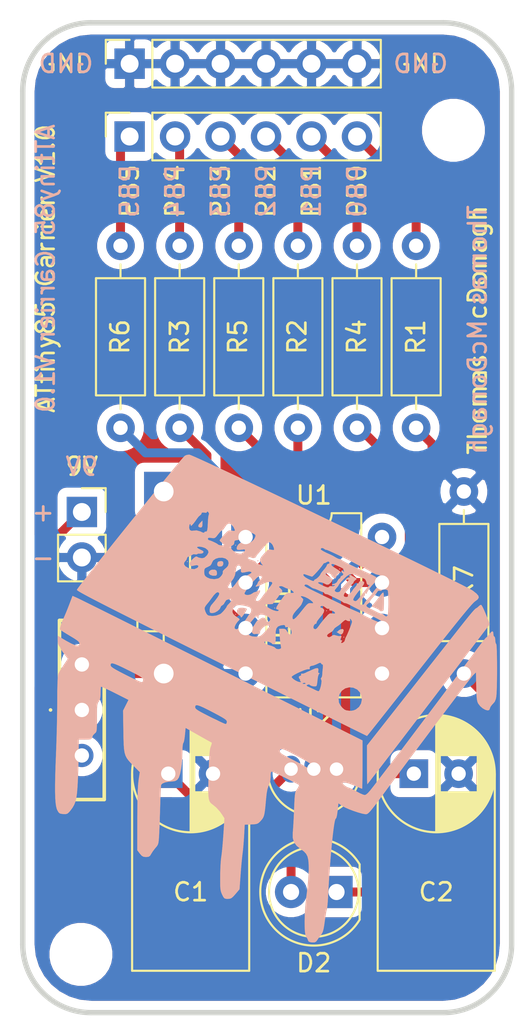
<source format=kicad_pcb>
(kicad_pcb (version 20171130) (host pcbnew "(5.1.7)-1")
  (layers (0 F.Cu signal) (31 B.Cu signal) (34 B.Paste user) (35 F.Paste user) (36 B.SilkS user) (37 F.SilkS user) (38 B.Mask user) (39 F.Mask user) (44 Edge.Cuts user))
  (net 0 "")
  (net 1 "Net-(BT1-Pad1)")
  (net 2 GND)
  (net 3 "Net-(C1-Pad1)")
  (net 4 +5V)
  (net 5 +9V)
  (net 6 "Net-(D2-Pad1)")
  (net 7 "Net-(J2-Pad1)")
  (net 8 "Net-(J2-Pad2)")
  (net 9 "Net-(J2-Pad3)")
  (net 10 "Net-(J2-Pad4)")
  (net 11 "Net-(J2-Pad5)")
  (net 12 "Net-(J2-Pad6)")
  (net 13 "Net-(R1-Pad2)")
  (net 14 "Net-(R2-Pad2)")
  (net 15 "Net-(R3-Pad2)")
  (net 16 "Net-(R4-Pad2)")
  (net 17 "Net-(R5-Pad2)")
  (net 18 "Net-(R6-Pad2)")
  (module MountingHole:MountingHole_2.5mm (layer F.Cu) (at 137.085 106.33)
    (fp_text reference H2 hide)
    (fp_text value MountingHole)
    (pad 1 np_thru_hole circle (at 0 0) (size 2.5 2.5) (drill 2.5) (layers *.Cu *.Mask))
  )
  (module libraries:attiny85Image (layer B.Cu) (at 127.127 138.049 180)
    (fp_text reference G*** hide)
    (fp_text value LOGO hide)
  )
  (module Connector_PinSocket_2.54mm:PinSocket_1x02_P2.54mm_Vertical (layer F.Cu) (at 116.332 127.635)
    (fp_text reference BT1 hide)
    (fp_text value 9V)
    (pad 1 thru_hole rect (at 0 0) (size 1.7 1.7) (drill 1) (layers *.Cu *.Mask) (net 1 "Net-(BT1-Pad1)"))
    (pad 2 thru_hole oval (at 0 2.54) (size 1.7 1.7) (drill 1) (layers *.Cu *.Mask) (net 2 GND))
  )
  (module Diode_THT:D_DO-41_SOD81_P10.16mm_Horizontal (layer F.Cu) (at 120.904 126.492 270)
    (fp_text reference D1 (at 5.482999 0.124999 90) (layer F.SilkS))
    (fp_text value 1N5817)
    (pad 1 thru_hole rect (at 0 0 270) (size 2.2 2.2) (drill 1.1) (layers *.Cu *.Mask) (net 3 "Net-(C1-Pad1)"))
    (pad 2 thru_hole oval (at 10.16 0 270) (size 2.2 2.2) (drill 1.1) (layers *.Cu *.Mask) (net 5 +9V))
  )
  (module LED_THT:LED_D5.0mm (layer F.Cu) (at 130.556 148.844 180)
    (fp_text reference D2 (at 1.27 -3.96) (layer F.SilkS))
    (fp_text value LED)
    (pad 1 thru_hole rect (at 0 0 180) (size 1.8 1.8) (drill 0.9) (layers *.Cu *.Mask) (net 6 "Net-(D2-Pad1)"))
    (pad 2 thru_hole circle (at 2.54 0 180) (size 1.8 1.8) (drill 0.9) (layers *.Cu *.Mask) (net 4 +5V))
  )
  (module Connector_PinSocket_2.54mm:PinSocket_1x06_P2.54mm_Vertical (layer F.Cu) (at 118.999 106.68 90)
    (fp_text reference J2 hide)
    (fp_text value Header)
    (pad 1 thru_hole rect (at 0 0 90) (size 1.7 1.7) (drill 1) (layers *.Cu *.Mask) (net 7 "Net-(J2-Pad1)"))
    (pad 2 thru_hole oval (at 0 2.54 90) (size 1.7 1.7) (drill 1) (layers *.Cu *.Mask) (net 8 "Net-(J2-Pad2)"))
    (pad 3 thru_hole oval (at 0 5.08 90) (size 1.7 1.7) (drill 1) (layers *.Cu *.Mask) (net 9 "Net-(J2-Pad3)"))
    (pad 4 thru_hole oval (at 0 7.62 90) (size 1.7 1.7) (drill 1) (layers *.Cu *.Mask) (net 10 "Net-(J2-Pad4)"))
    (pad 5 thru_hole oval (at 0 10.16 90) (size 1.7 1.7) (drill 1) (layers *.Cu *.Mask) (net 11 "Net-(J2-Pad5)"))
    (pad 6 thru_hole oval (at 0 12.7 90) (size 1.7 1.7) (drill 1) (layers *.Cu *.Mask) (net 12 "Net-(J2-Pad6)"))
  )
  (module Connector_PinSocket_2.54mm:PinSocket_1x06_P2.54mm_Vertical (layer F.Cu) (at 118.999 102.616 90)
    (fp_text reference J3 hide)
    (fp_text value "GND Header")
    (pad 6 thru_hole oval (at 0 12.7 90) (size 1.7 1.7) (drill 1) (layers *.Cu *.Mask) (net 2 GND))
    (pad 5 thru_hole oval (at 0 10.16 90) (size 1.7 1.7) (drill 1) (layers *.Cu *.Mask) (net 2 GND))
    (pad 4 thru_hole oval (at 0 7.62 90) (size 1.7 1.7) (drill 1) (layers *.Cu *.Mask) (net 2 GND))
    (pad 3 thru_hole oval (at 0 5.08 90) (size 1.7 1.7) (drill 1) (layers *.Cu *.Mask) (net 2 GND))
    (pad 2 thru_hole oval (at 0 2.54 90) (size 1.7 1.7) (drill 1) (layers *.Cu *.Mask) (net 2 GND))
    (pad 1 thru_hole rect (at 0 0 90) (size 1.7 1.7) (drill 1) (layers *.Cu *.Mask) (net 2 GND))
  )
  (module Resistor_THT:R_Axial_DIN0207_L6.3mm_D2.5mm_P10.16mm_Horizontal (layer F.Cu) (at 135.001 112.776 270)
    (fp_text reference R1 (at 5.092999 0.012999 90) (layer F.SilkS))
    (fp_text value RLED)
    (pad 1 thru_hole circle (at 0 0 270) (size 1.6 1.6) (drill 0.8) (layers *.Cu *.Mask) (net 12 "Net-(J2-Pad6)"))
    (pad 2 thru_hole oval (at 10.16 0 270) (size 1.6 1.6) (drill 0.8) (layers *.Cu *.Mask) (net 13 "Net-(R1-Pad2)"))
  )
  (module Resistor_THT:R_Axial_DIN0207_L6.3mm_D2.5mm_P10.16mm_Horizontal (layer F.Cu) (at 128.397 112.776 270)
    (fp_text reference R2 (at 5.08 0.038999 90) (layer F.SilkS))
    (fp_text value RLED)
    (pad 1 thru_hole circle (at 0 0 270) (size 1.6 1.6) (drill 0.8) (layers *.Cu *.Mask) (net 10 "Net-(J2-Pad4)"))
    (pad 2 thru_hole oval (at 10.16 0 270) (size 1.6 1.6) (drill 0.8) (layers *.Cu *.Mask) (net 14 "Net-(R2-Pad2)"))
  )
  (module Resistor_THT:R_Axial_DIN0207_L6.3mm_D2.5mm_P10.16mm_Horizontal (layer F.Cu) (at 121.793 112.776 270)
    (fp_text reference R3 (at 5.08 -0.001001 90) (layer F.SilkS))
    (fp_text value RLED)
    (pad 1 thru_hole circle (at 0 0 270) (size 1.6 1.6) (drill 0.8) (layers *.Cu *.Mask) (net 8 "Net-(J2-Pad2)"))
    (pad 2 thru_hole oval (at 10.16 0 270) (size 1.6 1.6) (drill 0.8) (layers *.Cu *.Mask) (net 15 "Net-(R3-Pad2)"))
  )
  (module Resistor_THT:R_Axial_DIN0207_L6.3mm_D2.5mm_P10.16mm_Horizontal (layer F.Cu) (at 131.699 112.776 270)
    (fp_text reference R4 (at 5.080999 0.012999 90) (layer F.SilkS))
    (fp_text value RLED)
    (pad 2 thru_hole oval (at 10.16 0 270) (size 1.6 1.6) (drill 0.8) (layers *.Cu *.Mask) (net 16 "Net-(R4-Pad2)"))
    (pad 1 thru_hole circle (at 0 0 270) (size 1.6 1.6) (drill 0.8) (layers *.Cu *.Mask) (net 11 "Net-(J2-Pad5)"))
  )
  (module Resistor_THT:R_Axial_DIN0207_L6.3mm_D2.5mm_P10.16mm_Horizontal (layer F.Cu) (at 125.095 112.776 270)
    (fp_text reference R5 (at 5.08 0.052999 90) (layer F.SilkS))
    (fp_text value RLED)
    (pad 2 thru_hole oval (at 10.16 0 270) (size 1.6 1.6) (drill 0.8) (layers *.Cu *.Mask) (net 17 "Net-(R5-Pad2)"))
    (pad 1 thru_hole circle (at 0 0 270) (size 1.6 1.6) (drill 0.8) (layers *.Cu *.Mask) (net 9 "Net-(J2-Pad3)"))
  )
  (module Resistor_THT:R_Axial_DIN0207_L6.3mm_D2.5mm_P10.16mm_Horizontal (layer F.Cu) (at 118.491 112.776 270)
    (fp_text reference R6 (at 5.08 0.026999 90) (layer F.SilkS))
    (fp_text value RLED)
    (pad 2 thru_hole oval (at 10.16 0 270) (size 1.6 1.6) (drill 0.8) (layers *.Cu *.Mask) (net 18 "Net-(R6-Pad2)"))
    (pad 1 thru_hole circle (at 0 0 270) (size 1.6 1.6) (drill 0.8) (layers *.Cu *.Mask) (net 7 "Net-(J2-Pad1)"))
  )
  (module Resistor_THT:R_Axial_DIN0207_L6.3mm_D2.5mm_P10.16mm_Horizontal (layer F.Cu) (at 137.668 126.492 270)
    (fp_text reference R7 (at 5.08 -0.001001 90) (layer F.SilkS))
    (fp_text value RLED)
    (pad 1 thru_hole circle (at 0 0 270) (size 1.6 1.6) (drill 0.8) (layers *.Cu *.Mask) (net 2 GND))
    (pad 2 thru_hole oval (at 10.16 0 270) (size 1.6 1.6) (drill 0.8) (layers *.Cu *.Mask) (net 6 "Net-(D2-Pad1)"))
  )
  (module libraries:MSS10255914AD (layer F.Cu) (at 116.332 138.684 270)
    (fp_text reference SW1 hide)
    (fp_text value Power_SW hide)
    (pad 2 thru_hole circle (at 0 0 270) (size 1.3 1.3) (drill 0.8) (layers *.Cu *.Mask) (net 1 "Net-(BT1-Pad1)"))
    (pad 1 thru_hole circle (at -2.54 0 270) (size 1.3 1.3) (drill 0.8) (layers *.Cu *.Mask) (net 5 +9V))
    (pad 3 thru_hole circle (at 2.54 0 270) (size 1.3 1.3) (drill 0.8) (layers *.Cu *.Mask))
  )
  (module Package_DIP:DIP-8_W7.62mm (layer F.Cu) (at 125.476 129.032)
    (fp_text reference U1 (at 3.81 -2.33) (layer F.SilkS))
    (fp_text value ATtiny85-20PU)
    (pad 1 thru_hole rect (at 0 0) (size 1.6 1.6) (drill 0.8) (layers *.Cu *.Mask) (net 18 "Net-(R6-Pad2)"))
    (pad 5 thru_hole oval (at 7.62 7.62) (size 1.6 1.6) (drill 0.8) (layers *.Cu *.Mask) (net 13 "Net-(R1-Pad2)"))
    (pad 2 thru_hole oval (at 0 2.54) (size 1.6 1.6) (drill 0.8) (layers *.Cu *.Mask) (net 17 "Net-(R5-Pad2)"))
    (pad 6 thru_hole oval (at 7.62 5.08) (size 1.6 1.6) (drill 0.8) (layers *.Cu *.Mask) (net 16 "Net-(R4-Pad2)"))
    (pad 3 thru_hole oval (at 0 5.08) (size 1.6 1.6) (drill 0.8) (layers *.Cu *.Mask) (net 15 "Net-(R3-Pad2)"))
    (pad 7 thru_hole oval (at 7.62 2.54) (size 1.6 1.6) (drill 0.8) (layers *.Cu *.Mask) (net 14 "Net-(R2-Pad2)"))
    (pad 4 thru_hole oval (at 0 7.62) (size 1.6 1.6) (drill 0.8) (layers *.Cu *.Mask) (net 2 GND))
    (pad 8 thru_hole oval (at 7.62 0) (size 1.6 1.6) (drill 0.8) (layers *.Cu *.Mask) (net 4 +5V))
  )
  (module Package_TO_SOT_THT:TO-92_Inline (layer F.Cu) (at 130.556 141.986 180)
    (fp_text reference U2 (at 1.27 2.794) (layer F.SilkS))
    (fp_text value L78L05_TO92)
    (pad 2 thru_hole oval (at 1.27 0 180) (size 1.05 1.5) (drill 0.75) (layers *.Cu *.Mask) (net 2 GND))
    (pad 3 thru_hole oval (at 2.54 0 180) (size 1.05 1.5) (drill 0.75) (layers *.Cu *.Mask) (net 3 "Net-(C1-Pad1)"))
    (pad 1 thru_hole rect (at 0 0 180) (size 1.05 1.5) (drill 0.75) (layers *.Cu *.Mask) (net 4 +5V))
  )
  (module libraries:CP_Radial_D6.3mm_P2.50mm_L11.0mm (layer F.Cu) (at 121.158 142.24)
    (fp_text reference C1 (at 1.25 6.604) (layer F.SilkS))
    (fp_text value 100uF)
    (pad 1 thru_hole rect (at 0 0) (size 1.6 1.6) (drill 0.8) (layers *.Cu *.Mask) (net 3 "Net-(C1-Pad1)"))
    (pad 2 thru_hole circle (at 2.5 0) (size 1.6 1.6) (drill 0.8) (layers *.Cu *.Mask) (net 2 GND))
  )
  (module libraries:CP_Radial_D6.3mm_P2.50mm_L11.0mm (layer F.Cu) (at 134.874 142.24)
    (fp_text reference C2 (at 1.25 6.604) (layer F.SilkS))
    (fp_text value 47uF)
    (pad 2 thru_hole circle (at 2.5 0) (size 1.6 1.6) (drill 0.8) (layers *.Cu *.Mask) (net 2 GND))
    (pad 1 thru_hole rect (at 0 0) (size 1.6 1.6) (drill 0.8) (layers *.Cu *.Mask) (net 4 +5V))
  )
  (module MountingHole:MountingHole_2.5mm (layer F.Cu) (at 116.28 152.325)
    (fp_text reference H1 hide)
    (fp_text value MountingHole)
    (pad 1 np_thru_hole circle (at 0 0) (size 2.5 2.5) (drill 2.5) (layers *.Cu *.Mask))
  )
  (gr_text "Thomas McDonagh" (at 138.43 117.475 90) (layer F.SilkS) (effects (font (size 1 1))))
  (gr_text "Thomas McDonagh" (at 138.43 117.475 90) (layer B.SilkS) (effects (font (size 1 1)) (justify mirror)))
  (gr_text "ATtiny85 Carrier V1.0" (at 114.3 114.046 90) (layer F.SilkS) (effects (font (size 1 1))))
  (gr_text "ATtiny85 Carrier V1.0" (at 114.3 114.046 90) (layer B.SilkS) (effects (font (size 1 1)) (justify mirror)))
  (gr_line (start 113.03 151.765) (end 113.03 104.14) (layer Edge.Cuts) (width 0.3))
  (gr_line (start 136.525 155.575) (end 116.84 155.575) (layer Edge.Cuts) (width 0.3))
  (gr_line (start 140.335 104.14) (end 140.335 151.765) (layer Edge.Cuts) (width 0.3))
  (gr_line (start 116.84 100.33) (end 136.525 100.33) (layer Edge.Cuts) (width 0.3))
  (gr_arc (start 116.84 104.14) (end 116.84 100.33) (angle -90) (layer Edge.Cuts) (width 0.3))
  (gr_arc (start 116.84 151.765) (end 113.03 151.765) (angle -90) (layer Edge.Cuts) (width 0.3))
  (gr_arc (start 136.525 104.14) (end 140.335 104.14) (angle -90) (layer Edge.Cuts) (width 0.3))
  (gr_arc (start 136.525 151.765) (end 136.525 155.575) (angle -90) (layer Edge.Cuts) (width 0.3))
  (gr_text - (at 114.173 130.175) (layer F.SilkS) (effects (font (size 1 1))))
  (gr_text + (at 114.173 127.635) (layer F.SilkS) (effects (font (size 1 1))))
  (gr_text 9V (at 116.332 125.095) (layer F.SilkS) (effects (font (size 1 1))))
  (gr_text GND (at 135.255 102.616) (layer F.SilkS) (effects (font (size 1 1))))
  (gr_text GND (at 115.443 102.616) (layer F.SilkS) (effects (font (size 1 1))))
  (gr_text PB5 (at 118.999 109.728 90) (layer F.SilkS) (effects (font (size 1 1))))
  (gr_text PB4 (at 121.539 109.728 90) (layer F.SilkS) (effects (font (size 1 1))))
  (gr_text PB3 (at 124.079 109.728 90) (layer F.SilkS) (effects (font (size 1 1))))
  (gr_text PB2 (at 126.619 109.728 90) (layer F.SilkS) (effects (font (size 1 1))))
  (gr_text PB1 (at 129.159 109.728 90) (layer F.SilkS) (effects (font (size 1 1))))
  (gr_text PB0 (at 131.699 109.728 90) (layer F.SilkS) (effects (font (size 1 1))))
  (gr_text JLCJLCJLCJLC (at 127.508 133.096 90) (layer F.SilkS) (effects (font (size 0.9 0.9))))
  (gr_text GND (at 115.443 102.616) (layer B.SilkS) (effects (font (size 1 1)) (justify mirror)))
  (gr_text GND (at 135.255 102.616) (layer B.SilkS) (effects (font (size 1 1)) (justify mirror)))
  (gr_text PB5 (at 118.999 109.728 90) (layer B.SilkS) (effects (font (size 1 1)) (justify mirror)))
  (gr_text PB4 (at 121.539 109.728 90) (layer B.SilkS) (effects (font (size 1 1)) (justify mirror)))
  (gr_text PB3 (at 124.079 109.728 90) (layer B.SilkS) (effects (font (size 1 1)) (justify mirror)))
  (gr_text PB2 (at 126.619 109.728 90) (layer B.SilkS) (effects (font (size 1 1)) (justify mirror)))
  (gr_text PB1 (at 129.159 109.728 90) (layer B.SilkS) (effects (font (size 1 1)) (justify mirror)))
  (gr_text PB0 (at 131.699 109.728 90) (layer B.SilkS) (effects (font (size 1 1)) (justify mirror)))
  (gr_text - (at 114.173 130.175) (layer B.SilkS) (effects (font (size 1 1)) (justify mirror)))
  (gr_text 9V (at 116.332 125.095) (layer B.SilkS) (effects (font (size 1 1)) (justify mirror)))
  (gr_text + (at 114.173 127.635) (layer B.SilkS) (effects (font (size 1 1)) (justify mirror)))
  (segment (start 116.332 138.684) (end 114.427 136.779) (width 0.5) (layer F.Cu) (net 1))
  (segment (start 114.427 129.54) (end 116.332 127.635) (width 0.5) (layer F.Cu) (net 1))
  (segment (start 114.427 136.779) (end 114.427 129.54) (width 0.5) (layer F.Cu) (net 1))
  (segment (start 121.158 142.24) (end 123.698 144.78) (width 0.5) (layer F.Cu) (net 3))
  (segment (start 125.222 144.78) (end 128.016 141.986) (width 0.5) (layer F.Cu) (net 3))
  (segment (start 123.698 144.78) (end 125.222 144.78) (width 0.5) (layer F.Cu) (net 3))
  (segment (start 121.158 142.24) (end 121.158 140.462) (width 0.5) (layer F.Cu) (net 3))
  (segment (start 121.158 140.462) (end 123.19 138.43) (width 0.5) (layer F.Cu) (net 3))
  (segment (start 123.19 138.43) (end 123.19 135.89) (width 0.5) (layer F.Cu) (net 3))
  (segment (start 120.904 133.604) (end 120.904 126.492) (width 0.5) (layer F.Cu) (net 3))
  (segment (start 123.19 135.89) (end 120.904 133.604) (width 0.5) (layer F.Cu) (net 3))
  (segment (start 128.016 148.844) (end 128.016 146.304) (width 0.5) (layer F.Cu) (net 4))
  (segment (start 130.556 143.764) (end 130.556 141.986) (width 0.5) (layer F.Cu) (net 4))
  (segment (start 128.016 146.304) (end 130.556 143.764) (width 0.5) (layer F.Cu) (net 4))
  (segment (start 130.81 142.24) (end 130.556 141.986) (width 0.5) (layer F.Cu) (net 4))
  (segment (start 134.874 142.24) (end 130.81 142.24) (width 0.5) (layer F.Cu) (net 4))
  (segment (start 130.556 131.572) (end 130.556 141.986) (width 0.5) (layer B.Cu) (net 4))
  (segment (start 133.096 129.032) (end 130.556 131.572) (width 0.5) (layer B.Cu) (net 4))
  (segment (start 116.84 136.652) (end 116.332 136.144) (width 0.5) (layer F.Cu) (net 5))
  (segment (start 120.904 136.652) (end 116.84 136.652) (width 0.5) (layer F.Cu) (net 5))
  (segment (start 130.556 148.844) (end 134.366 148.844) (width 0.5) (layer F.Cu) (net 6))
  (segment (start 138.624001 137.608001) (end 137.668 136.652) (width 0.5) (layer F.Cu) (net 6))
  (segment (start 138.624001 144.585999) (end 138.624001 137.608001) (width 0.5) (layer F.Cu) (net 6))
  (segment (start 134.366 148.844) (end 138.624001 144.585999) (width 0.5) (layer F.Cu) (net 6))
  (segment (start 118.491 107.188) (end 118.999 106.68) (width 0.5) (layer F.Cu) (net 7))
  (segment (start 118.491 112.776) (end 118.491 107.188) (width 0.5) (layer F.Cu) (net 7))
  (segment (start 121.793 106.934) (end 121.539 106.68) (width 0.5) (layer F.Cu) (net 8))
  (segment (start 121.793 112.776) (end 121.793 106.934) (width 0.5) (layer F.Cu) (net 8))
  (segment (start 125.095 107.696) (end 124.079 106.68) (width 0.5) (layer F.Cu) (net 9))
  (segment (start 125.095 112.776) (end 125.095 107.696) (width 0.5) (layer F.Cu) (net 9))
  (segment (start 128.397 108.458) (end 126.619 106.68) (width 0.5) (layer F.Cu) (net 10))
  (segment (start 128.397 112.776) (end 128.397 108.458) (width 0.5) (layer F.Cu) (net 10))
  (segment (start 131.699 109.22) (end 129.159 106.68) (width 0.5) (layer F.Cu) (net 11))
  (segment (start 131.699 112.776) (end 131.699 109.22) (width 0.5) (layer F.Cu) (net 11))
  (segment (start 135.001 109.982) (end 131.699 106.68) (width 0.5) (layer F.Cu) (net 12))
  (segment (start 135.001 112.776) (end 135.001 109.982) (width 0.5) (layer F.Cu) (net 12))
  (segment (start 133.096 136.652) (end 135.89 133.858) (width 0.5) (layer F.Cu) (net 13))
  (segment (start 135.89 123.825) (end 135.001 122.936) (width 0.5) (layer F.Cu) (net 13))
  (segment (start 135.89 133.858) (end 135.89 123.825) (width 0.5) (layer F.Cu) (net 13))
  (segment (start 133.096 131.572) (end 131.572 131.572) (width 0.5) (layer F.Cu) (net 14))
  (segment (start 128.397 128.397) (end 128.397 122.936) (width 0.5) (layer F.Cu) (net 14))
  (segment (start 131.572 131.572) (end 128.397 128.397) (width 0.5) (layer F.Cu) (net 14))
  (segment (start 125.476 134.112) (end 123.317 131.953) (width 0.5) (layer F.Cu) (net 15))
  (segment (start 123.317 124.46) (end 121.793 122.936) (width 0.5) (layer F.Cu) (net 15))
  (segment (start 123.317 131.953) (end 123.317 124.46) (width 0.5) (layer F.Cu) (net 15))
  (segment (start 133.096 134.112) (end 134.62 132.588) (width 0.5) (layer F.Cu) (net 16))
  (segment (start 134.62 132.588) (end 134.62 125.73) (width 0.5) (layer F.Cu) (net 16))
  (segment (start 131.826 122.936) (end 131.699 122.936) (width 0.5) (layer F.Cu) (net 16))
  (segment (start 134.62 125.73) (end 131.826 122.936) (width 0.5) (layer F.Cu) (net 16))
  (segment (start 127.254 125.095) (end 125.095 122.936) (width 0.5) (layer F.Cu) (net 17))
  (segment (start 127.254 129.794) (end 127.254 125.095) (width 0.5) (layer F.Cu) (net 17))
  (segment (start 125.476 131.572) (end 127.254 129.794) (width 0.5) (layer F.Cu) (net 17))
  (segment (start 125.476 129.032) (end 125.476 127) (width 0.5) (layer B.Cu) (net 18))
  (segment (start 125.476 127) (end 122.809 124.333) (width 0.5) (layer B.Cu) (net 18))
  (segment (start 119.888 124.333) (end 118.491 122.936) (width 0.5) (layer B.Cu) (net 18))
  (segment (start 122.809 124.333) (end 119.888 124.333) (width 0.5) (layer B.Cu) (net 18))
  (zone (net 2) (net_name GND) (layer F.Cu) (connect_pads (clearance 0.508)) (min_thickness 0.254) (fill yes (arc_segments 32) (thermal_gap 0.508) (thermal_bridge_width 0.508))
    (polygon (pts (xy 140.97 156.21) (xy 111.76 156.21) (xy 111.76 99.06) (xy 140.97 99.06)))
  )
  (zone (net 2) (net_name GND) (layer B.Cu) (connect_pads (clearance 0.508)) (min_thickness 0.254) (fill yes (arc_segments 32) (thermal_gap 0.508) (thermal_bridge_width 0.508))
    (polygon (pts (xy 140.97 156.21) (xy 111.76 156.21) (xy 111.76 99.06) (xy 140.97 99.06)))
  )
)
</source>
